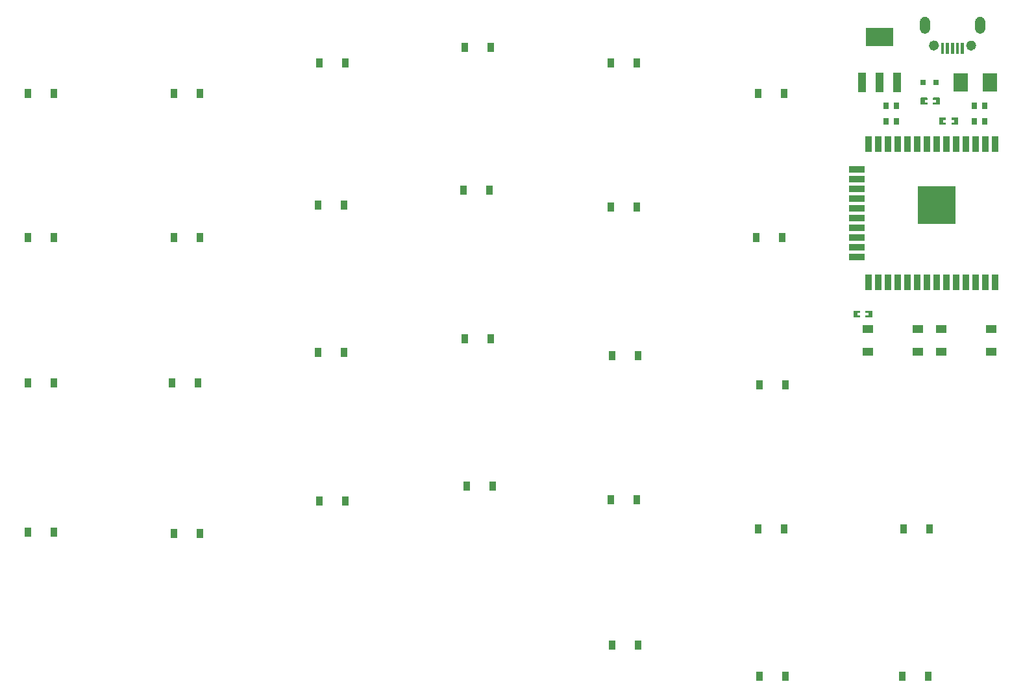
<source format=gtp>
G04 Layer: TopPasteMaskLayer*
G04 EasyEDA v6.5.23, 2023-06-09 15:01:11*
G04 604b8d365768463b9eb07bbcea70d2b6,6219c82cfec74c238c9999bd11a2e976,10*
G04 Gerber Generator version 0.2*
G04 Scale: 100 percent, Rotated: No, Reflected: No *
G04 Dimensions in millimeters *
G04 leading zeros omitted , absolute positions ,4 integer and 5 decimal *
%FSLAX45Y45*%
%MOMM*%

%AMMACRO1*21,1,$1,$2,0,0,$3*%
%ADD10R,0.8000X0.9000*%
%ADD11R,1.9000X2.3760*%
%ADD12R,0.9500X1.1500*%
%ADD13R,0.8000X0.8000*%
%ADD14R,1.4000X1.1000*%
%ADD15R,0.9500X2.1000*%
%ADD16R,2.1000X0.9500*%
%ADD17R,5.0000X5.0000*%
%ADD18R,1.1000X2.5000*%
%ADD19MACRO1,3.6X2.34X0.0000*%
%ADD20C,0.6500*%
%ADD21C,0.0154*%

%LPD*%
G36*
X13080390Y-2975051D02*
G01*
X13075412Y-2980029D01*
X13075412Y-3060039D01*
X13080390Y-3065018D01*
X13160400Y-3065018D01*
X13165429Y-3060039D01*
X13165429Y-3037230D01*
X13128396Y-3037230D01*
X13128396Y-3004261D01*
X13165429Y-3004261D01*
X13165429Y-2980029D01*
X13160400Y-2975051D01*
G37*
G36*
X13240410Y-2975051D02*
G01*
X13235432Y-2980029D01*
X13235432Y-3004261D01*
X13273430Y-3004261D01*
X13273430Y-3037230D01*
X13235432Y-3037230D01*
X13235432Y-3060039D01*
X13240410Y-3065018D01*
X13319404Y-3065018D01*
X13324433Y-3060039D01*
X13324433Y-2980029D01*
X13319404Y-2975051D01*
G37*
G36*
X11960402Y-5495036D02*
G01*
X11955424Y-5500014D01*
X11955424Y-5580024D01*
X11960402Y-5585053D01*
X12040412Y-5585053D01*
X12045391Y-5580024D01*
X12045391Y-5557215D01*
X12008408Y-5557215D01*
X12008408Y-5524246D01*
X12045391Y-5524246D01*
X12045391Y-5500014D01*
X12040412Y-5495036D01*
G37*
G36*
X12120422Y-5495036D02*
G01*
X12115393Y-5500014D01*
X12115393Y-5524246D01*
X12153392Y-5524246D01*
X12153392Y-5557215D01*
X12115393Y-5557215D01*
X12115393Y-5580024D01*
X12120422Y-5585053D01*
X12199416Y-5585053D01*
X12204395Y-5580024D01*
X12204395Y-5500014D01*
X12199416Y-5495036D01*
G37*
G36*
X12999415Y-2715056D02*
G01*
X12994436Y-2720035D01*
X12994436Y-2742844D01*
X13031419Y-2742844D01*
X13031419Y-2775813D01*
X12994436Y-2775813D01*
X12994436Y-2800045D01*
X12999415Y-2805023D01*
X13079425Y-2805023D01*
X13084403Y-2800045D01*
X13084403Y-2720035D01*
X13079425Y-2715056D01*
G37*
G36*
X12840411Y-2715056D02*
G01*
X12835432Y-2720035D01*
X12835432Y-2800045D01*
X12840411Y-2805023D01*
X12919405Y-2805023D01*
X12924434Y-2800045D01*
X12924434Y-2775813D01*
X12886436Y-2775813D01*
X12886436Y-2742844D01*
X12924434Y-2742844D01*
X12924434Y-2720035D01*
X12919405Y-2715056D01*
G37*
G36*
X12889890Y-1657908D02*
G01*
X12882626Y-1658315D01*
X12875463Y-1659534D01*
X12868452Y-1661566D01*
X12861696Y-1664360D01*
X12855346Y-1667865D01*
X12849402Y-1672082D01*
X12843967Y-1676958D01*
X12839090Y-1682394D01*
X12834874Y-1688338D01*
X12831368Y-1694738D01*
X12829844Y-1698040D01*
X12827457Y-1704898D01*
X12825831Y-1712010D01*
X12825018Y-1719275D01*
X12824917Y-1812899D01*
X12825323Y-1820214D01*
X12826542Y-1827377D01*
X12828574Y-1834388D01*
X12829844Y-1837791D01*
X12833045Y-1844344D01*
X12836906Y-1850542D01*
X12841427Y-1856232D01*
X12846608Y-1861362D01*
X12852298Y-1865934D01*
X12858496Y-1869795D01*
X12865049Y-1872996D01*
X12871907Y-1875383D01*
X12879019Y-1877009D01*
X12886283Y-1877822D01*
X12893548Y-1877822D01*
X12900812Y-1877009D01*
X12907924Y-1875383D01*
X12914782Y-1872996D01*
X12921335Y-1869795D01*
X12927533Y-1865934D01*
X12933222Y-1861362D01*
X12938404Y-1856232D01*
X12942925Y-1850542D01*
X12946786Y-1844344D01*
X12949986Y-1837791D01*
X12952374Y-1830933D01*
X12954000Y-1823821D01*
X12954812Y-1816557D01*
X12954914Y-1722932D01*
X12954508Y-1715617D01*
X12953288Y-1708454D01*
X12951256Y-1701444D01*
X12949986Y-1698040D01*
X12946786Y-1691487D01*
X12942925Y-1685289D01*
X12938404Y-1679600D01*
X12933222Y-1674469D01*
X12927533Y-1669897D01*
X12921335Y-1666036D01*
X12914782Y-1662887D01*
X12907924Y-1660448D01*
X12900812Y-1658823D01*
X12893548Y-1658010D01*
G37*
G36*
X13609878Y-1657908D02*
G01*
X13602614Y-1658315D01*
X13595451Y-1659534D01*
X13588441Y-1661566D01*
X13581684Y-1664360D01*
X13575334Y-1667865D01*
X13569391Y-1672082D01*
X13563955Y-1676958D01*
X13559078Y-1682394D01*
X13554862Y-1688338D01*
X13551357Y-1694738D01*
X13549833Y-1698040D01*
X13547445Y-1704898D01*
X13545819Y-1712010D01*
X13545007Y-1719275D01*
X13544905Y-1812899D01*
X13545312Y-1820214D01*
X13546531Y-1827377D01*
X13548563Y-1834388D01*
X13549833Y-1837791D01*
X13553033Y-1844344D01*
X13556894Y-1850542D01*
X13561415Y-1856232D01*
X13566597Y-1861362D01*
X13572286Y-1865934D01*
X13578484Y-1869795D01*
X13585037Y-1872996D01*
X13591895Y-1875383D01*
X13599007Y-1877009D01*
X13606272Y-1877822D01*
X13613536Y-1877822D01*
X13620800Y-1877009D01*
X13627912Y-1875383D01*
X13634770Y-1872996D01*
X13641324Y-1869795D01*
X13647521Y-1865934D01*
X13653211Y-1861362D01*
X13658392Y-1856232D01*
X13662913Y-1850542D01*
X13666774Y-1844344D01*
X13669975Y-1837791D01*
X13672362Y-1830933D01*
X13673988Y-1823821D01*
X13674801Y-1816557D01*
X13674902Y-1722932D01*
X13674496Y-1715617D01*
X13673277Y-1708454D01*
X13671245Y-1701444D01*
X13669975Y-1698040D01*
X13666774Y-1691487D01*
X13662913Y-1685289D01*
X13658392Y-1679600D01*
X13653211Y-1674469D01*
X13647521Y-1669897D01*
X13641324Y-1666036D01*
X13634770Y-1662887D01*
X13627912Y-1660448D01*
X13620800Y-1658823D01*
X13613536Y-1658010D01*
G37*
G36*
X13099897Y-2002180D02*
G01*
X13099897Y-2142185D01*
X13139928Y-2142185D01*
X13139928Y-2002180D01*
G37*
G36*
X13164921Y-2002180D02*
G01*
X13164921Y-2142185D01*
X13204901Y-2142185D01*
X13204901Y-2002180D01*
G37*
G36*
X13229894Y-2002180D02*
G01*
X13229894Y-2142185D01*
X13269925Y-2142185D01*
X13269925Y-2002180D01*
G37*
G36*
X13294918Y-2002180D02*
G01*
X13294918Y-2142185D01*
X13334898Y-2142185D01*
X13334898Y-2002180D01*
G37*
G36*
X13359892Y-2002180D02*
G01*
X13359892Y-2142185D01*
X13399922Y-2142185D01*
X13399922Y-2002180D01*
G37*
D10*
G01*
X13669924Y-3020034D03*
G01*
X13529919Y-3020034D03*
G01*
X13669924Y-2820035D03*
G01*
X13529919Y-2820035D03*
G01*
X12519913Y-2820035D03*
G01*
X12379909Y-2820035D03*
G01*
X12519913Y-3020034D03*
G01*
X12379909Y-3020034D03*
D11*
G01*
X13739774Y-2520035D03*
G01*
X13360044Y-2520035D03*
D12*
G01*
X1190701Y-2660040D03*
G01*
X1529181Y-2660040D03*
G01*
X3090697Y-2660040D03*
G01*
X3429177Y-2660040D03*
G01*
X4990693Y-2260041D03*
G01*
X5329174Y-2260041D03*
G01*
X6890689Y-2060041D03*
G01*
X7229170Y-2060041D03*
G01*
X8790686Y-2260041D03*
G01*
X9129166Y-2260041D03*
G01*
X10710672Y-2660040D03*
G01*
X11049152Y-2660040D03*
G01*
X1190701Y-4540046D03*
G01*
X1529181Y-4540046D03*
G01*
X3090697Y-4540046D03*
G01*
X3429177Y-4540046D03*
G01*
X4970678Y-4120032D03*
G01*
X5309158Y-4120032D03*
G01*
X6870674Y-3920032D03*
G01*
X7209154Y-3920032D03*
G01*
X8790686Y-4140047D03*
G01*
X9129166Y-4140047D03*
G01*
X10690682Y-4540046D03*
G01*
X11029162Y-4540046D03*
G01*
X1190701Y-6440043D03*
G01*
X1529181Y-6440043D03*
G01*
X3070682Y-6440043D03*
G01*
X3409162Y-6440043D03*
G01*
X4970678Y-6040043D03*
G01*
X5309158Y-6040043D03*
G01*
X6890689Y-5860034D03*
G01*
X7229170Y-5860034D03*
G01*
X8810675Y-6080023D03*
G01*
X9149156Y-6080023D03*
G01*
X10730687Y-6460032D03*
G01*
X11069167Y-6460032D03*
G01*
X1190701Y-8380018D03*
G01*
X1529181Y-8380018D03*
G01*
X3090697Y-8400034D03*
G01*
X3429177Y-8400034D03*
G01*
X4990693Y-7980019D03*
G01*
X5329174Y-7980019D03*
G01*
X6910679Y-7780020D03*
G01*
X7249159Y-7780020D03*
G01*
X8790686Y-7960029D03*
G01*
X9129166Y-7960029D03*
G01*
X10710672Y-8340039D03*
G01*
X11049152Y-8340039D03*
G01*
X8810675Y-9860026D03*
G01*
X9149156Y-9860026D03*
G01*
X10730687Y-10260025D03*
G01*
X11069167Y-10260025D03*
G01*
X12590678Y-10260025D03*
G01*
X12929158Y-10260025D03*
G01*
X12610668Y-8340039D03*
G01*
X12949148Y-8340039D03*
D13*
G01*
X13035000Y-2520035D03*
G01*
X12864820Y-2520035D03*
D14*
G01*
X12144908Y-5730036D03*
G01*
X12794919Y-5730036D03*
G01*
X12144908Y-6030036D03*
G01*
X12794919Y-6030036D03*
G01*
X13104901Y-5730036D03*
G01*
X13754912Y-5730036D03*
G01*
X13104901Y-6030036D03*
G01*
X13754912Y-6030036D03*
D15*
G01*
X13801420Y-3320059D03*
G01*
X13674420Y-3320059D03*
G01*
X13547420Y-3320059D03*
G01*
X13420420Y-3320059D03*
G01*
X13293420Y-3320059D03*
G01*
X13166420Y-3320059D03*
G01*
X13039420Y-3320059D03*
G01*
X12912420Y-3320059D03*
G01*
X12785420Y-3320059D03*
G01*
X12658420Y-3320059D03*
G01*
X12531420Y-3320059D03*
G01*
X12404420Y-3320059D03*
G01*
X12277420Y-3320059D03*
G01*
X12150420Y-3320059D03*
D16*
G01*
X11998401Y-3648557D03*
G01*
X11998401Y-3775557D03*
G01*
X11998401Y-3902557D03*
G01*
X11998401Y-4029557D03*
G01*
X11998401Y-4156557D03*
G01*
X11998426Y-4283557D03*
G01*
X11998426Y-4410557D03*
G01*
X11998426Y-4537557D03*
G01*
X11998426Y-4664557D03*
G01*
X11998426Y-4791557D03*
D15*
G01*
X12150420Y-5120030D03*
G01*
X12277420Y-5120030D03*
G01*
X12404420Y-5120030D03*
G01*
X12531420Y-5120030D03*
G01*
X12658420Y-5120030D03*
G01*
X12785420Y-5120030D03*
G01*
X12912420Y-5120030D03*
G01*
X13039420Y-5120030D03*
G01*
X13166420Y-5120030D03*
G01*
X13293420Y-5120030D03*
G01*
X13420420Y-5120030D03*
G01*
X13547420Y-5120030D03*
G01*
X13674420Y-5120030D03*
G01*
X13801420Y-5120030D03*
D17*
G01*
X13047116Y-4118355D03*
D18*
G01*
X12069927Y-2517038D03*
G01*
X12299924Y-2517038D03*
G01*
X12529921Y-2517038D03*
D19*
G01*
X12299914Y-1923039D03*
D20*
G75*
G01
X13524941Y-2034896D02*
G03X13524941Y-2034896I-32512J0D01*
G75*
G01
X13039954Y-2034896D02*
G03X13039954Y-2034896I-32512J0D01*
M02*

</source>
